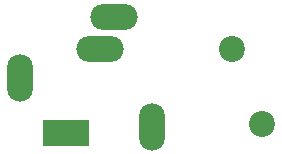
<source format=gbl>
G04 #@! TF.GenerationSoftware,KiCad,Pcbnew,(5.0.2)-1*
G04 #@! TF.CreationDate,2019-03-01T20:36:07+00:00*
G04 #@! TF.ProjectId,CherrySwitch,43686572-7279-4537-9769-7463682e6b69,rev?*
G04 #@! TF.SameCoordinates,Original*
G04 #@! TF.FileFunction,Copper,L2,Bot*
G04 #@! TF.FilePolarity,Positive*
%FSLAX46Y46*%
G04 Gerber Fmt 4.6, Leading zero omitted, Abs format (unit mm)*
G04 Created by KiCad (PCBNEW (5.0.2)-1) date 01/03/2019 20:36:07*
%MOMM*%
%LPD*%
G01*
G04 APERTURE LIST*
G04 #@! TA.AperFunction,ComponentPad*
%ADD10R,4.000000X2.200000*%
G04 #@! TD*
G04 #@! TA.AperFunction,ComponentPad*
%ADD11O,2.200000X4.000000*%
G04 #@! TD*
G04 #@! TA.AperFunction,ComponentPad*
%ADD12O,4.000000X2.200000*%
G04 #@! TD*
G04 #@! TA.AperFunction,ComponentPad*
%ADD13C,2.200000*%
G04 #@! TD*
G04 APERTURE END LIST*
D10*
G04 #@! TO.P,J1,T*
G04 #@! TO.N,Net-(J1-PadT)*
X126893001Y-72893001D03*
D11*
G04 #@! TO.P,J1,TN*
X134193001Y-72393001D03*
D12*
G04 #@! TO.P,J1,RN*
G04 #@! TO.N,Net-(J1-PadR)*
X129793001Y-65793001D03*
G04 #@! TO.P,J1,R*
X130993001Y-63093001D03*
D11*
G04 #@! TO.P,J1,S*
G04 #@! TO.N,Net-(J1-PadS)*
X122993001Y-68293001D03*
G04 #@! TD*
D13*
G04 #@! TO.P,SW1,1*
G04 #@! TO.N,Net-(J1-PadR)*
X140970000Y-65786000D03*
G04 #@! TO.P,SW1,2*
G04 #@! TO.N,Net-(J1-PadT)*
X143510000Y-72136000D03*
G04 #@! TD*
M02*

</source>
